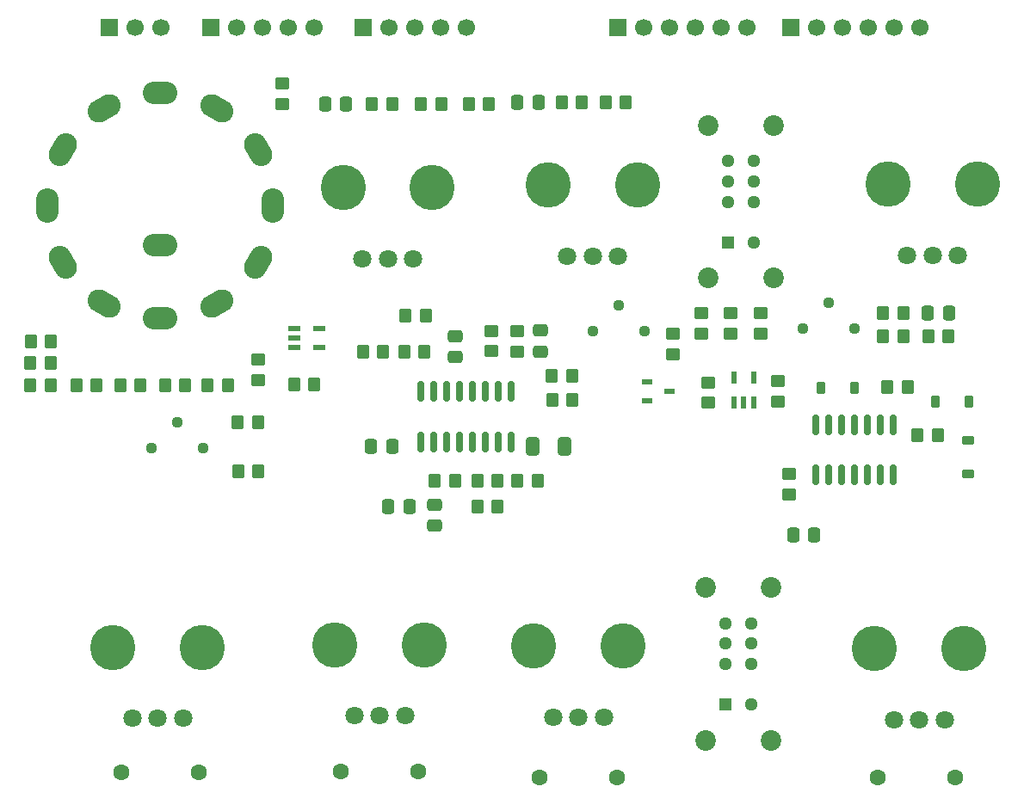
<source format=gbr>
%TF.GenerationSoftware,KiCad,Pcbnew,9.0.3*%
%TF.CreationDate,2025-10-30T19:50:34+09:00*%
%TF.ProjectId,VCOBoard,56434f42-6f61-4726-942e-6b696361645f,rev?*%
%TF.SameCoordinates,Original*%
%TF.FileFunction,Soldermask,Top*%
%TF.FilePolarity,Negative*%
%FSLAX46Y46*%
G04 Gerber Fmt 4.6, Leading zero omitted, Abs format (unit mm)*
G04 Created by KiCad (PCBNEW 9.0.3) date 2025-10-30 19:50:34*
%MOMM*%
%LPD*%
G01*
G04 APERTURE LIST*
G04 Aperture macros list*
%AMRoundRect*
0 Rectangle with rounded corners*
0 $1 Rounding radius*
0 $2 $3 $4 $5 $6 $7 $8 $9 X,Y pos of 4 corners*
0 Add a 4 corners polygon primitive as box body*
4,1,4,$2,$3,$4,$5,$6,$7,$8,$9,$2,$3,0*
0 Add four circle primitives for the rounded corners*
1,1,$1+$1,$2,$3*
1,1,$1+$1,$4,$5*
1,1,$1+$1,$6,$7*
1,1,$1+$1,$8,$9*
0 Add four rect primitives between the rounded corners*
20,1,$1+$1,$2,$3,$4,$5,0*
20,1,$1+$1,$4,$5,$6,$7,0*
20,1,$1+$1,$6,$7,$8,$9,0*
20,1,$1+$1,$8,$9,$2,$3,0*%
%AMHorizOval*
0 Thick line with rounded ends*
0 $1 width*
0 $2 $3 position (X,Y) of the first rounded end (center of the circle)*
0 $4 $5 position (X,Y) of the second rounded end (center of the circle)*
0 Add line between two ends*
20,1,$1,$2,$3,$4,$5,0*
0 Add two circle primitives to create the rounded ends*
1,1,$1,$2,$3*
1,1,$1,$4,$5*%
G04 Aperture macros list end*
%ADD10RoundRect,0.250000X-0.450000X0.350000X-0.450000X-0.350000X0.450000X-0.350000X0.450000X0.350000X0*%
%ADD11RoundRect,0.250000X0.350000X0.450000X-0.350000X0.450000X-0.350000X-0.450000X0.350000X-0.450000X0*%
%ADD12RoundRect,0.250000X0.450000X-0.350000X0.450000X0.350000X-0.450000X0.350000X-0.450000X-0.350000X0*%
%ADD13R,1.700000X1.700000*%
%ADD14C,1.700000*%
%ADD15C,1.600000*%
%ADD16RoundRect,0.250000X-0.350000X-0.450000X0.350000X-0.450000X0.350000X0.450000X-0.350000X0.450000X0*%
%ADD17RoundRect,0.250000X-0.475000X0.337500X-0.475000X-0.337500X0.475000X-0.337500X0.475000X0.337500X0*%
%ADD18RoundRect,0.250000X0.475000X-0.337500X0.475000X0.337500X-0.475000X0.337500X-0.475000X-0.337500X0*%
%ADD19R,1.200000X0.600000*%
%ADD20C,1.800000*%
%ADD21C,4.455000*%
%ADD22C,1.120000*%
%ADD23R,1.200000X1.200000*%
%ADD24C,1.286000*%
%ADD25C,2.025000*%
%ADD26RoundRect,0.250000X-0.412500X-0.650000X0.412500X-0.650000X0.412500X0.650000X-0.412500X0.650000X0*%
%ADD27RoundRect,0.250000X0.337500X0.475000X-0.337500X0.475000X-0.337500X-0.475000X0.337500X-0.475000X0*%
%ADD28RoundRect,0.250000X-0.337500X-0.475000X0.337500X-0.475000X0.337500X0.475000X-0.337500X0.475000X0*%
%ADD29R,1.100000X0.600000*%
%ADD30HorizOval,2.200000X-0.519615X-0.300000X0.519615X0.300000X0*%
%ADD31O,3.400000X2.200000*%
%ADD32HorizOval,2.200000X-0.519615X0.300000X0.519615X-0.300000X0*%
%ADD33HorizOval,2.200000X-0.300000X0.519615X0.300000X-0.519615X0*%
%ADD34O,2.200000X3.400000*%
%ADD35HorizOval,2.200000X0.300000X0.519615X-0.300000X-0.519615X0*%
%ADD36HorizOval,2.200000X0.519615X0.300000X-0.519615X-0.300000X0*%
%ADD37HorizOval,2.200000X0.519615X-0.300000X-0.519615X0.300000X0*%
%ADD38HorizOval,2.200000X0.300000X-0.519615X-0.300000X0.519615X0*%
%ADD39HorizOval,2.200000X-0.300000X-0.519615X0.300000X0.519615X0*%
%ADD40RoundRect,0.225000X-0.375000X0.225000X-0.375000X-0.225000X0.375000X-0.225000X0.375000X0.225000X0*%
%ADD41RoundRect,0.150000X0.150000X-0.825000X0.150000X0.825000X-0.150000X0.825000X-0.150000X-0.825000X0*%
%ADD42RoundRect,0.225000X0.225000X0.375000X-0.225000X0.375000X-0.225000X-0.375000X0.225000X-0.375000X0*%
%ADD43R,0.600000X1.200000*%
%ADD44RoundRect,0.150000X-0.150000X0.850000X-0.150000X-0.850000X0.150000X-0.850000X0.150000X0.850000X0*%
G04 APERTURE END LIST*
D10*
%TO.C,R114*%
X113009000Y-53489000D03*
X113009000Y-55489000D03*
%TD*%
D11*
%TO.C,R39*%
X107664000Y-83185000D03*
X105664000Y-83185000D03*
%TD*%
D12*
%TO.C,R2*%
X161777000Y-84778000D03*
X161777000Y-82778000D03*
%TD*%
D13*
%TO.C,J3*%
X96000000Y-48000000D03*
D14*
X98540000Y-48000000D03*
X101080000Y-48000000D03*
%TD*%
D15*
%TO.C,R12*%
X138303000Y-121827000D03*
X145923000Y-121827000D03*
%TD*%
D11*
%TO.C,R191*%
X178565000Y-78349000D03*
X176565000Y-78349000D03*
%TD*%
D16*
%TO.C,R1250*%
X125111000Y-76327000D03*
X127111000Y-76327000D03*
%TD*%
D17*
%TO.C,C51*%
X130048000Y-78337500D03*
X130048000Y-80412500D03*
%TD*%
D11*
%TO.C,R113*%
X142497000Y-55372000D03*
X140497000Y-55372000D03*
%TD*%
D16*
%TO.C,R1190*%
X132200500Y-95163000D03*
X134200500Y-95163000D03*
%TD*%
%TO.C,R112*%
X114169000Y-83124000D03*
X116169000Y-83124000D03*
%TD*%
D11*
%TO.C,R119*%
X134200500Y-92583000D03*
X132200500Y-92583000D03*
%TD*%
%TO.C,R44*%
X90233000Y-81026000D03*
X88233000Y-81026000D03*
%TD*%
D18*
%TO.C,C50*%
X138430000Y-79867000D03*
X138430000Y-77792000D03*
%TD*%
D19*
%TO.C,IC4*%
X114157000Y-77597000D03*
X114157000Y-78547000D03*
X114157000Y-79497000D03*
X116657000Y-79497000D03*
X116657000Y-77597000D03*
%TD*%
D20*
%TO.C,VR7*%
X174493000Y-70373000D03*
X176993000Y-70373000D03*
X179493000Y-70373000D03*
D21*
X172593000Y-63373000D03*
X181393000Y-63373000D03*
%TD*%
D11*
%TO.C,R4*%
X174532800Y-83362800D03*
X172532800Y-83362800D03*
%TD*%
D16*
%TO.C,R16*%
X126670000Y-55489000D03*
X128670000Y-55489000D03*
%TD*%
D22*
%TO.C,VR27*%
X143529000Y-77867000D03*
X146069000Y-75327000D03*
X148609000Y-77867000D03*
%TD*%
D12*
%TO.C,R6*%
X151403000Y-80111000D03*
X151403000Y-78111000D03*
%TD*%
D16*
%TO.C,R118*%
X136137500Y-92583000D03*
X138137500Y-92583000D03*
%TD*%
D20*
%TO.C,VR5*%
X141055000Y-70500000D03*
X143555000Y-70500000D03*
X146055000Y-70500000D03*
D21*
X139155000Y-63500000D03*
X147955000Y-63500000D03*
%TD*%
D23*
%TO.C,S1*%
X156631000Y-114619000D03*
D24*
X156631000Y-108619000D03*
X156631000Y-106619000D03*
X159131000Y-114619000D03*
X159131000Y-108619000D03*
X159131000Y-106619000D03*
D25*
X154656000Y-118129000D03*
X154656000Y-103129000D03*
X161106000Y-118129000D03*
X161106000Y-103129000D03*
D24*
X156631000Y-110619000D03*
X159131000Y-110619000D03*
%TD*%
D10*
%TO.C,R120*%
X136144000Y-77867000D03*
X136144000Y-79867000D03*
%TD*%
D22*
%TO.C,VR21*%
X164230000Y-77613000D03*
X166770000Y-75073000D03*
X169310000Y-77613000D03*
%TD*%
D11*
%TO.C,R41*%
X99044000Y-83185000D03*
X97044000Y-83185000D03*
%TD*%
D16*
%TO.C,R116*%
X108632000Y-86868000D03*
X110632000Y-86868000D03*
%TD*%
%TO.C,R3*%
X139563600Y-84632800D03*
X141563600Y-84632800D03*
%TD*%
D15*
%TO.C,R11*%
X118745000Y-121192000D03*
X126365000Y-121192000D03*
%TD*%
D10*
%TO.C,R55*%
X154197000Y-76095000D03*
X154197000Y-78095000D03*
%TD*%
%TO.C,R121*%
X133604000Y-77851000D03*
X133604000Y-79851000D03*
%TD*%
D11*
%TO.C,R117*%
X110648000Y-91694000D03*
X108648000Y-91694000D03*
%TD*%
D26*
%TO.C,C49*%
X137629500Y-89194000D03*
X140754500Y-89194000D03*
%TD*%
D20*
%TO.C,VR3*%
X98256000Y-116000000D03*
X100756000Y-116000000D03*
X103256000Y-116000000D03*
D21*
X96356000Y-109000000D03*
X105156000Y-109000000D03*
%TD*%
D20*
%TO.C,VR4*%
X120100000Y-115746000D03*
X122600000Y-115746000D03*
X125100000Y-115746000D03*
D21*
X118200000Y-108746000D03*
X127000000Y-108746000D03*
%TD*%
D27*
%TO.C,C42*%
X178602500Y-76063000D03*
X176527500Y-76063000D03*
%TD*%
D28*
%TO.C,C13*%
X117197000Y-55489000D03*
X119272000Y-55489000D03*
%TD*%
D16*
%TO.C,R17*%
X121844000Y-55489000D03*
X123844000Y-55489000D03*
%TD*%
D20*
%TO.C,VR2*%
X173181000Y-116112000D03*
X175681000Y-116112000D03*
X178181000Y-116112000D03*
D21*
X171281000Y-109112000D03*
X180081000Y-109112000D03*
%TD*%
D29*
%TO.C,Q1*%
X148906000Y-82860000D03*
X148906000Y-84760000D03*
X151106000Y-83810000D03*
%TD*%
D10*
%TO.C,R193*%
X157118000Y-76079000D03*
X157118000Y-78079000D03*
%TD*%
D15*
%TO.C,R9*%
X171577000Y-121827000D03*
X179197000Y-121827000D03*
%TD*%
D12*
%TO.C,R38*%
X110591600Y-82686400D03*
X110591600Y-80686400D03*
%TD*%
D11*
%TO.C,R127*%
X129993500Y-92583000D03*
X127993500Y-92583000D03*
%TD*%
%TO.C,R102*%
X174120000Y-78349000D03*
X172120000Y-78349000D03*
%TD*%
D13*
%TO.C,J4*%
X106000000Y-48000000D03*
D14*
X108540000Y-48000000D03*
X111080000Y-48000000D03*
X113620000Y-48000000D03*
X116160000Y-48000000D03*
%TD*%
D16*
%TO.C,R8*%
X175509000Y-88128000D03*
X177509000Y-88128000D03*
%TD*%
D10*
%TO.C,R7*%
X162864800Y-91913200D03*
X162864800Y-93913200D03*
%TD*%
D11*
%TO.C,R45*%
X90249000Y-78867000D03*
X88249000Y-78867000D03*
%TD*%
%TO.C,R42*%
X94726000Y-83185000D03*
X92726000Y-83185000D03*
%TD*%
D18*
%TO.C,C55*%
X128016000Y-97020200D03*
X128016000Y-94945200D03*
%TD*%
D16*
%TO.C,R126*%
X120936000Y-79883000D03*
X122936000Y-79883000D03*
%TD*%
D22*
%TO.C,VR20*%
X100092000Y-89408000D03*
X102632000Y-86868000D03*
X105172000Y-89408000D03*
%TD*%
D30*
%TO.C,S3*%
X106540400Y-75119700D03*
D31*
X100990404Y-76606816D03*
D32*
X95440393Y-75119700D03*
D33*
X91377513Y-71056820D03*
D34*
X89890404Y-65506817D03*
D35*
X91377520Y-59956819D03*
D36*
X95440399Y-55893939D03*
D31*
X100990404Y-54406817D03*
D37*
X106540400Y-55893933D03*
D38*
X110603280Y-59956813D03*
D34*
X112090403Y-65506819D03*
D39*
X110603279Y-71056820D03*
D31*
X100990397Y-69356815D03*
%TD*%
D28*
%TO.C,C52*%
X121746100Y-89204800D03*
X123821100Y-89204800D03*
%TD*%
D40*
%TO.C,D2*%
X180446000Y-88638000D03*
X180446000Y-91938000D03*
%TD*%
D23*
%TO.C,S2*%
X156885000Y-69124000D03*
D24*
X156885000Y-63124000D03*
X156885000Y-61124000D03*
X159385000Y-69124000D03*
X159385000Y-63124000D03*
X159385000Y-61124000D03*
D25*
X154910000Y-72634000D03*
X154910000Y-57634000D03*
X161360000Y-72634000D03*
X161360000Y-57634000D03*
D24*
X156885000Y-65124000D03*
X159385000Y-65124000D03*
%TD*%
D41*
%TO.C,IC2*%
X165460000Y-92000000D03*
X166730000Y-92000000D03*
X168000000Y-92000000D03*
X169270000Y-92000000D03*
X170540000Y-92000000D03*
X171810000Y-92000000D03*
X173080000Y-92000000D03*
X173080000Y-87050000D03*
X171810000Y-87050000D03*
X170540000Y-87050000D03*
X169270000Y-87050000D03*
X168000000Y-87050000D03*
X166730000Y-87050000D03*
X165460000Y-87050000D03*
%TD*%
D20*
%TO.C,VR6*%
X139658000Y-115873000D03*
X142158000Y-115873000D03*
X144658000Y-115873000D03*
D21*
X137758000Y-108873000D03*
X146558000Y-108873000D03*
%TD*%
D28*
%TO.C,C48*%
X136141500Y-55372000D03*
X138216500Y-55372000D03*
%TD*%
%TO.C,C53*%
X123422500Y-95163000D03*
X125497500Y-95163000D03*
%TD*%
%TO.C,C1*%
X163279000Y-97917000D03*
X165354000Y-97917000D03*
%TD*%
D42*
%TO.C,D1*%
X169269000Y-83429000D03*
X165969000Y-83429000D03*
%TD*%
D43*
%TO.C,IC1*%
X157464000Y-84921000D03*
X158414000Y-84921000D03*
X159364000Y-84921000D03*
X159364000Y-82421000D03*
X157464000Y-82421000D03*
%TD*%
D12*
%TO.C,R1*%
X154919000Y-84921000D03*
X154919000Y-82921000D03*
%TD*%
D16*
%TO.C,R125*%
X125000000Y-79883000D03*
X127000000Y-79883000D03*
%TD*%
D11*
%TO.C,R43*%
X90233000Y-83185000D03*
X88233000Y-83185000D03*
%TD*%
D16*
%TO.C,R5*%
X139512800Y-82245200D03*
X141512800Y-82245200D03*
%TD*%
D12*
%TO.C,R214*%
X160039000Y-78095000D03*
X160039000Y-76095000D03*
%TD*%
D15*
%TO.C,R10*%
X97155000Y-121319000D03*
X104775000Y-121319000D03*
%TD*%
D13*
%TO.C,J2*%
X121000000Y-48000000D03*
D14*
X123540000Y-48000000D03*
X126080000Y-48000000D03*
X128620000Y-48000000D03*
X131160000Y-48000000D03*
%TD*%
D44*
%TO.C,IC5*%
X135509000Y-83773000D03*
X134239000Y-83773000D03*
X132969000Y-83773000D03*
X131699000Y-83773000D03*
X130429000Y-83773000D03*
X129159000Y-83773000D03*
X127889000Y-83773000D03*
X126619000Y-83773000D03*
X126619000Y-88773000D03*
X127889000Y-88773000D03*
X129159000Y-88773000D03*
X130429000Y-88773000D03*
X131699000Y-88773000D03*
X132969000Y-88773000D03*
X134239000Y-88773000D03*
X135509000Y-88773000D03*
%TD*%
D42*
%TO.C,D3*%
X180572000Y-84826000D03*
X177272000Y-84826000D03*
%TD*%
D13*
%TO.C,J6*%
X146000000Y-48000000D03*
D14*
X148540000Y-48000000D03*
X151080000Y-48000000D03*
X153620000Y-48000000D03*
X156160000Y-48000000D03*
X158700000Y-48000000D03*
%TD*%
D13*
%TO.C,J1*%
X163000000Y-48006000D03*
D14*
X165540000Y-48006000D03*
X168080000Y-48006000D03*
X170620000Y-48006000D03*
X173160000Y-48006000D03*
X175700000Y-48006000D03*
%TD*%
D11*
%TO.C,R104*%
X146815000Y-55372000D03*
X144815000Y-55372000D03*
%TD*%
%TO.C,R40*%
X103473000Y-83185000D03*
X101473000Y-83185000D03*
%TD*%
D16*
%TO.C,R101*%
X172104000Y-76063000D03*
X174104000Y-76063000D03*
%TD*%
D20*
%TO.C,VR1*%
X120876000Y-70760300D03*
X123376000Y-70760300D03*
X125876000Y-70760300D03*
D21*
X118976000Y-63760300D03*
X127776000Y-63760300D03*
%TD*%
D11*
%TO.C,R115*%
X133353000Y-55489000D03*
X131353000Y-55489000D03*
%TD*%
M02*

</source>
